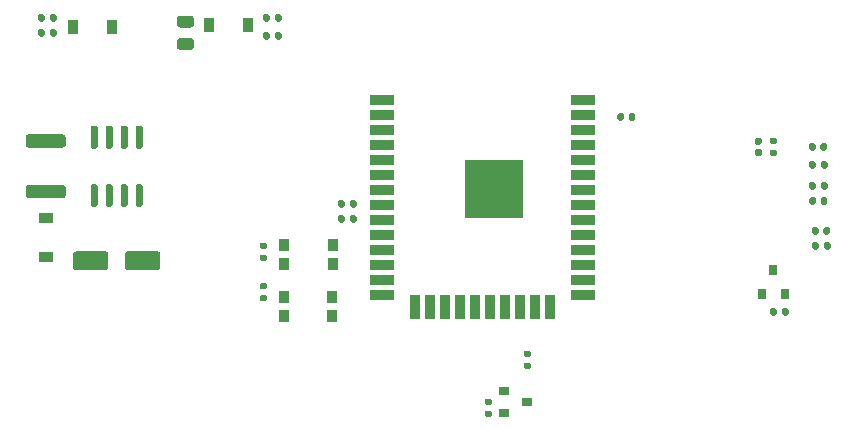
<source format=gbr>
%TF.GenerationSoftware,KiCad,Pcbnew,(5.1.10-1-10_14)*%
%TF.CreationDate,2022-07-31T12:18:55+02:00*%
%TF.ProjectId,RO Flow Counter,524f2046-6c6f-4772-9043-6f756e746572,rev?*%
%TF.SameCoordinates,Original*%
%TF.FileFunction,Paste,Bot*%
%TF.FilePolarity,Positive*%
%FSLAX46Y46*%
G04 Gerber Fmt 4.6, Leading zero omitted, Abs format (unit mm)*
G04 Created by KiCad (PCBNEW (5.1.10-1-10_14)) date 2022-07-31 12:18:55*
%MOMM*%
%LPD*%
G01*
G04 APERTURE LIST*
%ADD10R,0.900000X1.200000*%
%ADD11R,2.000000X0.900000*%
%ADD12R,0.900000X2.000000*%
%ADD13R,5.000000X5.000000*%
%ADD14R,0.900000X1.000000*%
%ADD15R,0.800000X0.900000*%
%ADD16R,0.900000X0.800000*%
%ADD17R,1.200000X0.900000*%
G04 APERTURE END LIST*
%TO.C,R20*%
G36*
G01*
X174567000Y-101586000D02*
X174937000Y-101586000D01*
G75*
G02*
X175072000Y-101721000I0J-135000D01*
G01*
X175072000Y-101991000D01*
G75*
G02*
X174937000Y-102126000I-135000J0D01*
G01*
X174567000Y-102126000D01*
G75*
G02*
X174432000Y-101991000I0J135000D01*
G01*
X174432000Y-101721000D01*
G75*
G02*
X174567000Y-101586000I135000J0D01*
G01*
G37*
G36*
G01*
X174567000Y-100566000D02*
X174937000Y-100566000D01*
G75*
G02*
X175072000Y-100701000I0J-135000D01*
G01*
X175072000Y-100971000D01*
G75*
G02*
X174937000Y-101106000I-135000J0D01*
G01*
X174567000Y-101106000D01*
G75*
G02*
X174432000Y-100971000I0J135000D01*
G01*
X174432000Y-100701000D01*
G75*
G02*
X174567000Y-100566000I135000J0D01*
G01*
G37*
%TD*%
%TO.C,R19*%
G36*
G01*
X156704000Y-70035000D02*
X156704000Y-69665000D01*
G75*
G02*
X156839000Y-69530000I135000J0D01*
G01*
X157109000Y-69530000D01*
G75*
G02*
X157244000Y-69665000I0J-135000D01*
G01*
X157244000Y-70035000D01*
G75*
G02*
X157109000Y-70170000I-135000J0D01*
G01*
X156839000Y-70170000D01*
G75*
G02*
X156704000Y-70035000I0J135000D01*
G01*
G37*
G36*
G01*
X155684000Y-70035000D02*
X155684000Y-69665000D01*
G75*
G02*
X155819000Y-69530000I135000J0D01*
G01*
X156089000Y-69530000D01*
G75*
G02*
X156224000Y-69665000I0J-135000D01*
G01*
X156224000Y-70035000D01*
G75*
G02*
X156089000Y-70170000I-135000J0D01*
G01*
X155819000Y-70170000D01*
G75*
G02*
X155684000Y-70035000I0J135000D01*
G01*
G37*
%TD*%
%TO.C,R18*%
G36*
G01*
X137174000Y-69411000D02*
X137174000Y-69781000D01*
G75*
G02*
X137039000Y-69916000I-135000J0D01*
G01*
X136769000Y-69916000D01*
G75*
G02*
X136634000Y-69781000I0J135000D01*
G01*
X136634000Y-69411000D01*
G75*
G02*
X136769000Y-69276000I135000J0D01*
G01*
X137039000Y-69276000D01*
G75*
G02*
X137174000Y-69411000I0J-135000D01*
G01*
G37*
G36*
G01*
X138194000Y-69411000D02*
X138194000Y-69781000D01*
G75*
G02*
X138059000Y-69916000I-135000J0D01*
G01*
X137789000Y-69916000D01*
G75*
G02*
X137654000Y-69781000I0J135000D01*
G01*
X137654000Y-69411000D01*
G75*
G02*
X137789000Y-69276000I135000J0D01*
G01*
X138059000Y-69276000D01*
G75*
G02*
X138194000Y-69411000I0J-135000D01*
G01*
G37*
%TD*%
%TO.C,R17*%
G36*
G01*
X162574000Y-83889000D02*
X162574000Y-84259000D01*
G75*
G02*
X162439000Y-84394000I-135000J0D01*
G01*
X162169000Y-84394000D01*
G75*
G02*
X162034000Y-84259000I0J135000D01*
G01*
X162034000Y-83889000D01*
G75*
G02*
X162169000Y-83754000I135000J0D01*
G01*
X162439000Y-83754000D01*
G75*
G02*
X162574000Y-83889000I0J-135000D01*
G01*
G37*
G36*
G01*
X163594000Y-83889000D02*
X163594000Y-84259000D01*
G75*
G02*
X163459000Y-84394000I-135000J0D01*
G01*
X163189000Y-84394000D01*
G75*
G02*
X163054000Y-84259000I0J135000D01*
G01*
X163054000Y-83889000D01*
G75*
G02*
X163189000Y-83754000I135000J0D01*
G01*
X163459000Y-83754000D01*
G75*
G02*
X163594000Y-83889000I0J-135000D01*
G01*
G37*
%TD*%
%TO.C,R16*%
G36*
G01*
X162574000Y-85159000D02*
X162574000Y-85529000D01*
G75*
G02*
X162439000Y-85664000I-135000J0D01*
G01*
X162169000Y-85664000D01*
G75*
G02*
X162034000Y-85529000I0J135000D01*
G01*
X162034000Y-85159000D01*
G75*
G02*
X162169000Y-85024000I135000J0D01*
G01*
X162439000Y-85024000D01*
G75*
G02*
X162574000Y-85159000I0J-135000D01*
G01*
G37*
G36*
G01*
X163594000Y-85159000D02*
X163594000Y-85529000D01*
G75*
G02*
X163459000Y-85664000I-135000J0D01*
G01*
X163189000Y-85664000D01*
G75*
G02*
X163054000Y-85529000I0J135000D01*
G01*
X163054000Y-85159000D01*
G75*
G02*
X163189000Y-85024000I135000J0D01*
G01*
X163459000Y-85024000D01*
G75*
G02*
X163594000Y-85159000I0J-135000D01*
G01*
G37*
%TD*%
%TO.C,R15*%
G36*
G01*
X156224000Y-68141000D02*
X156224000Y-68511000D01*
G75*
G02*
X156089000Y-68646000I-135000J0D01*
G01*
X155819000Y-68646000D01*
G75*
G02*
X155684000Y-68511000I0J135000D01*
G01*
X155684000Y-68141000D01*
G75*
G02*
X155819000Y-68006000I135000J0D01*
G01*
X156089000Y-68006000D01*
G75*
G02*
X156224000Y-68141000I0J-135000D01*
G01*
G37*
G36*
G01*
X157244000Y-68141000D02*
X157244000Y-68511000D01*
G75*
G02*
X157109000Y-68646000I-135000J0D01*
G01*
X156839000Y-68646000D01*
G75*
G02*
X156704000Y-68511000I0J135000D01*
G01*
X156704000Y-68141000D01*
G75*
G02*
X156839000Y-68006000I135000J0D01*
G01*
X157109000Y-68006000D01*
G75*
G02*
X157244000Y-68141000I0J-135000D01*
G01*
G37*
%TD*%
%TO.C,R8*%
G36*
G01*
X137652000Y-68511000D02*
X137652000Y-68141000D01*
G75*
G02*
X137787000Y-68006000I135000J0D01*
G01*
X138057000Y-68006000D01*
G75*
G02*
X138192000Y-68141000I0J-135000D01*
G01*
X138192000Y-68511000D01*
G75*
G02*
X138057000Y-68646000I-135000J0D01*
G01*
X137787000Y-68646000D01*
G75*
G02*
X137652000Y-68511000I0J135000D01*
G01*
G37*
G36*
G01*
X136632000Y-68511000D02*
X136632000Y-68141000D01*
G75*
G02*
X136767000Y-68006000I135000J0D01*
G01*
X137037000Y-68006000D01*
G75*
G02*
X137172000Y-68141000I0J-135000D01*
G01*
X137172000Y-68511000D01*
G75*
G02*
X137037000Y-68646000I-135000J0D01*
G01*
X136767000Y-68646000D01*
G75*
G02*
X136632000Y-68511000I0J135000D01*
G01*
G37*
%TD*%
D10*
%TO.C,D5*%
X142874000Y-69088000D03*
X139574000Y-69088000D03*
%TD*%
D11*
%TO.C,U2*%
X165744000Y-75311000D03*
X165744000Y-76581000D03*
X165744000Y-77851000D03*
X165744000Y-79121000D03*
X165744000Y-80391000D03*
X165744000Y-81661000D03*
X165744000Y-82931000D03*
X165744000Y-84201000D03*
X165744000Y-85471000D03*
X165744000Y-86741000D03*
X165744000Y-88011000D03*
X165744000Y-89281000D03*
X165744000Y-90551000D03*
X165744000Y-91821000D03*
D12*
X168529000Y-92821000D03*
X169799000Y-92821000D03*
X171069000Y-92821000D03*
X172339000Y-92821000D03*
X173609000Y-92821000D03*
X174879000Y-92821000D03*
X176149000Y-92821000D03*
X177419000Y-92821000D03*
X178689000Y-92821000D03*
X179959000Y-92821000D03*
D11*
X182744000Y-91821000D03*
X182744000Y-90551000D03*
X182744000Y-89281000D03*
X182744000Y-88011000D03*
X182744000Y-86741000D03*
X182744000Y-85471000D03*
X182744000Y-84201000D03*
X182744000Y-82931000D03*
X182744000Y-81661000D03*
X182744000Y-80391000D03*
X182744000Y-79121000D03*
X182744000Y-77851000D03*
X182744000Y-76581000D03*
X182744000Y-75311000D03*
D13*
X175244000Y-82811000D03*
%TD*%
%TO.C,R14*%
G36*
G01*
X155517000Y-91786624D02*
X155887000Y-91786624D01*
G75*
G02*
X156022000Y-91921624I0J-135000D01*
G01*
X156022000Y-92191624D01*
G75*
G02*
X155887000Y-92326624I-135000J0D01*
G01*
X155517000Y-92326624D01*
G75*
G02*
X155382000Y-92191624I0J135000D01*
G01*
X155382000Y-91921624D01*
G75*
G02*
X155517000Y-91786624I135000J0D01*
G01*
G37*
G36*
G01*
X155517000Y-90766624D02*
X155887000Y-90766624D01*
G75*
G02*
X156022000Y-90901624I0J-135000D01*
G01*
X156022000Y-91171624D01*
G75*
G02*
X155887000Y-91306624I-135000J0D01*
G01*
X155517000Y-91306624D01*
G75*
G02*
X155382000Y-91171624I0J135000D01*
G01*
X155382000Y-90901624D01*
G75*
G02*
X155517000Y-90766624I135000J0D01*
G01*
G37*
%TD*%
%TO.C,R13*%
G36*
G01*
X155887000Y-87898000D02*
X155517000Y-87898000D01*
G75*
G02*
X155382000Y-87763000I0J135000D01*
G01*
X155382000Y-87493000D01*
G75*
G02*
X155517000Y-87358000I135000J0D01*
G01*
X155887000Y-87358000D01*
G75*
G02*
X156022000Y-87493000I0J-135000D01*
G01*
X156022000Y-87763000D01*
G75*
G02*
X155887000Y-87898000I-135000J0D01*
G01*
G37*
G36*
G01*
X155887000Y-88918000D02*
X155517000Y-88918000D01*
G75*
G02*
X155382000Y-88783000I0J135000D01*
G01*
X155382000Y-88513000D01*
G75*
G02*
X155517000Y-88378000I135000J0D01*
G01*
X155887000Y-88378000D01*
G75*
G02*
X156022000Y-88513000I0J-135000D01*
G01*
X156022000Y-88783000D01*
G75*
G02*
X155887000Y-88918000I-135000J0D01*
G01*
G37*
%TD*%
D14*
%TO.C,SW4*%
X157444000Y-93548000D03*
X157444000Y-91948000D03*
X161544000Y-93548000D03*
X161544000Y-91948000D03*
%TD*%
%TO.C,SW3*%
X161562000Y-87592000D03*
X161562000Y-89192000D03*
X157462000Y-87592000D03*
X157462000Y-89192000D03*
%TD*%
%TO.C,C19*%
G36*
G01*
X186636000Y-76878000D02*
X186636000Y-76538000D01*
G75*
G02*
X186776000Y-76398000I140000J0D01*
G01*
X187056000Y-76398000D01*
G75*
G02*
X187196000Y-76538000I0J-140000D01*
G01*
X187196000Y-76878000D01*
G75*
G02*
X187056000Y-77018000I-140000J0D01*
G01*
X186776000Y-77018000D01*
G75*
G02*
X186636000Y-76878000I0J140000D01*
G01*
G37*
G36*
G01*
X185676000Y-76878000D02*
X185676000Y-76538000D01*
G75*
G02*
X185816000Y-76398000I140000J0D01*
G01*
X186096000Y-76398000D01*
G75*
G02*
X186236000Y-76538000I0J-140000D01*
G01*
X186236000Y-76878000D01*
G75*
G02*
X186096000Y-77018000I-140000J0D01*
G01*
X185816000Y-77018000D01*
G75*
G02*
X185676000Y-76878000I0J140000D01*
G01*
G37*
%TD*%
%TO.C,R12*%
G36*
G01*
X199148001Y-93033000D02*
X199148001Y-93403000D01*
G75*
G02*
X199013001Y-93538000I-135000J0D01*
G01*
X198743001Y-93538000D01*
G75*
G02*
X198608001Y-93403000I0J135000D01*
G01*
X198608001Y-93033000D01*
G75*
G02*
X198743001Y-92898000I135000J0D01*
G01*
X199013001Y-92898000D01*
G75*
G02*
X199148001Y-93033000I0J-135000D01*
G01*
G37*
G36*
G01*
X200168001Y-93033000D02*
X200168001Y-93403000D01*
G75*
G02*
X200033001Y-93538000I-135000J0D01*
G01*
X199763001Y-93538000D01*
G75*
G02*
X199628001Y-93403000I0J135000D01*
G01*
X199628001Y-93033000D01*
G75*
G02*
X199763001Y-92898000I135000J0D01*
G01*
X200033001Y-92898000D01*
G75*
G02*
X200168001Y-93033000I0J-135000D01*
G01*
G37*
%TD*%
D15*
%TO.C,Q4*%
X198882000Y-89678000D03*
X197932000Y-91678000D03*
X199832000Y-91678000D03*
%TD*%
%TO.C,R11*%
G36*
G01*
X202930000Y-80957000D02*
X202930000Y-80587000D01*
G75*
G02*
X203065000Y-80452000I135000J0D01*
G01*
X203335000Y-80452000D01*
G75*
G02*
X203470000Y-80587000I0J-135000D01*
G01*
X203470000Y-80957000D01*
G75*
G02*
X203335000Y-81092000I-135000J0D01*
G01*
X203065000Y-81092000D01*
G75*
G02*
X202930000Y-80957000I0J135000D01*
G01*
G37*
G36*
G01*
X201910000Y-80957000D02*
X201910000Y-80587000D01*
G75*
G02*
X202045000Y-80452000I135000J0D01*
G01*
X202315000Y-80452000D01*
G75*
G02*
X202450000Y-80587000I0J-135000D01*
G01*
X202450000Y-80957000D01*
G75*
G02*
X202315000Y-81092000I-135000J0D01*
G01*
X202045000Y-81092000D01*
G75*
G02*
X201910000Y-80957000I0J135000D01*
G01*
G37*
%TD*%
%TO.C,R10*%
G36*
G01*
X202704001Y-87445000D02*
X202704001Y-87815000D01*
G75*
G02*
X202569001Y-87950000I-135000J0D01*
G01*
X202299001Y-87950000D01*
G75*
G02*
X202164001Y-87815000I0J135000D01*
G01*
X202164001Y-87445000D01*
G75*
G02*
X202299001Y-87310000I135000J0D01*
G01*
X202569001Y-87310000D01*
G75*
G02*
X202704001Y-87445000I0J-135000D01*
G01*
G37*
G36*
G01*
X203724001Y-87445000D02*
X203724001Y-87815000D01*
G75*
G02*
X203589001Y-87950000I-135000J0D01*
G01*
X203319001Y-87950000D01*
G75*
G02*
X203184001Y-87815000I0J135000D01*
G01*
X203184001Y-87445000D01*
G75*
G02*
X203319001Y-87310000I135000J0D01*
G01*
X203589001Y-87310000D01*
G75*
G02*
X203724001Y-87445000I0J-135000D01*
G01*
G37*
%TD*%
%TO.C,R9*%
G36*
G01*
X202452000Y-82365000D02*
X202452000Y-82735000D01*
G75*
G02*
X202317000Y-82870000I-135000J0D01*
G01*
X202047000Y-82870000D01*
G75*
G02*
X201912000Y-82735000I0J135000D01*
G01*
X201912000Y-82365000D01*
G75*
G02*
X202047000Y-82230000I135000J0D01*
G01*
X202317000Y-82230000D01*
G75*
G02*
X202452000Y-82365000I0J-135000D01*
G01*
G37*
G36*
G01*
X203472000Y-82365000D02*
X203472000Y-82735000D01*
G75*
G02*
X203337000Y-82870000I-135000J0D01*
G01*
X203067000Y-82870000D01*
G75*
G02*
X202932000Y-82735000I0J135000D01*
G01*
X202932000Y-82365000D01*
G75*
G02*
X203067000Y-82230000I135000J0D01*
G01*
X203337000Y-82230000D01*
G75*
G02*
X203472000Y-82365000I0J-135000D01*
G01*
G37*
%TD*%
D10*
%TO.C,D4*%
X151107274Y-68937274D03*
X154407274Y-68937274D03*
%TD*%
%TO.C,C18*%
G36*
G01*
X203118000Y-86530000D02*
X203118000Y-86190000D01*
G75*
G02*
X203258000Y-86050000I140000J0D01*
G01*
X203538000Y-86050000D01*
G75*
G02*
X203678000Y-86190000I0J-140000D01*
G01*
X203678000Y-86530000D01*
G75*
G02*
X203538000Y-86670000I-140000J0D01*
G01*
X203258000Y-86670000D01*
G75*
G02*
X203118000Y-86530000I0J140000D01*
G01*
G37*
G36*
G01*
X202158000Y-86530000D02*
X202158000Y-86190000D01*
G75*
G02*
X202298000Y-86050000I140000J0D01*
G01*
X202578000Y-86050000D01*
G75*
G02*
X202718000Y-86190000I0J-140000D01*
G01*
X202718000Y-86530000D01*
G75*
G02*
X202578000Y-86670000I-140000J0D01*
G01*
X202298000Y-86670000D01*
G75*
G02*
X202158000Y-86530000I0J140000D01*
G01*
G37*
%TD*%
%TO.C,C17*%
G36*
G01*
X201932000Y-83990000D02*
X201932000Y-83650000D01*
G75*
G02*
X202072000Y-83510000I140000J0D01*
G01*
X202352000Y-83510000D01*
G75*
G02*
X202492000Y-83650000I0J-140000D01*
G01*
X202492000Y-83990000D01*
G75*
G02*
X202352000Y-84130000I-140000J0D01*
G01*
X202072000Y-84130000D01*
G75*
G02*
X201932000Y-83990000I0J140000D01*
G01*
G37*
G36*
G01*
X202892000Y-83990000D02*
X202892000Y-83650000D01*
G75*
G02*
X203032000Y-83510000I140000J0D01*
G01*
X203312000Y-83510000D01*
G75*
G02*
X203452000Y-83650000I0J-140000D01*
G01*
X203452000Y-83990000D01*
G75*
G02*
X203312000Y-84130000I-140000J0D01*
G01*
X203032000Y-84130000D01*
G75*
G02*
X202892000Y-83990000I0J140000D01*
G01*
G37*
%TD*%
%TO.C,C16*%
G36*
G01*
X202864000Y-79418000D02*
X202864000Y-79078000D01*
G75*
G02*
X203004000Y-78938000I140000J0D01*
G01*
X203284000Y-78938000D01*
G75*
G02*
X203424000Y-79078000I0J-140000D01*
G01*
X203424000Y-79418000D01*
G75*
G02*
X203284000Y-79558000I-140000J0D01*
G01*
X203004000Y-79558000D01*
G75*
G02*
X202864000Y-79418000I0J140000D01*
G01*
G37*
G36*
G01*
X201904000Y-79418000D02*
X201904000Y-79078000D01*
G75*
G02*
X202044000Y-78938000I140000J0D01*
G01*
X202324000Y-78938000D01*
G75*
G02*
X202464000Y-79078000I0J-140000D01*
G01*
X202464000Y-79418000D01*
G75*
G02*
X202324000Y-79558000I-140000J0D01*
G01*
X202044000Y-79558000D01*
G75*
G02*
X201904000Y-79418000I0J140000D01*
G01*
G37*
%TD*%
%TO.C,R7*%
G36*
G01*
X178239000Y-97042000D02*
X177869000Y-97042000D01*
G75*
G02*
X177734000Y-96907000I0J135000D01*
G01*
X177734000Y-96637000D01*
G75*
G02*
X177869000Y-96502000I135000J0D01*
G01*
X178239000Y-96502000D01*
G75*
G02*
X178374000Y-96637000I0J-135000D01*
G01*
X178374000Y-96907000D01*
G75*
G02*
X178239000Y-97042000I-135000J0D01*
G01*
G37*
G36*
G01*
X178239000Y-98062000D02*
X177869000Y-98062000D01*
G75*
G02*
X177734000Y-97927000I0J135000D01*
G01*
X177734000Y-97657000D01*
G75*
G02*
X177869000Y-97522000I135000J0D01*
G01*
X178239000Y-97522000D01*
G75*
G02*
X178374000Y-97657000I0J-135000D01*
G01*
X178374000Y-97927000D01*
G75*
G02*
X178239000Y-98062000I-135000J0D01*
G01*
G37*
%TD*%
D16*
%TO.C,Q3*%
X178038000Y-100838000D03*
X176038000Y-99888000D03*
X176038000Y-101788000D03*
%TD*%
%TO.C,U1*%
G36*
G01*
X141219277Y-82394000D02*
X141519277Y-82394000D01*
G75*
G02*
X141669277Y-82544000I0J-150000D01*
G01*
X141669277Y-84194000D01*
G75*
G02*
X141519277Y-84344000I-150000J0D01*
G01*
X141219277Y-84344000D01*
G75*
G02*
X141069277Y-84194000I0J150000D01*
G01*
X141069277Y-82544000D01*
G75*
G02*
X141219277Y-82394000I150000J0D01*
G01*
G37*
G36*
G01*
X142489277Y-82394000D02*
X142789277Y-82394000D01*
G75*
G02*
X142939277Y-82544000I0J-150000D01*
G01*
X142939277Y-84194000D01*
G75*
G02*
X142789277Y-84344000I-150000J0D01*
G01*
X142489277Y-84344000D01*
G75*
G02*
X142339277Y-84194000I0J150000D01*
G01*
X142339277Y-82544000D01*
G75*
G02*
X142489277Y-82394000I150000J0D01*
G01*
G37*
G36*
G01*
X143759277Y-82394000D02*
X144059277Y-82394000D01*
G75*
G02*
X144209277Y-82544000I0J-150000D01*
G01*
X144209277Y-84194000D01*
G75*
G02*
X144059277Y-84344000I-150000J0D01*
G01*
X143759277Y-84344000D01*
G75*
G02*
X143609277Y-84194000I0J150000D01*
G01*
X143609277Y-82544000D01*
G75*
G02*
X143759277Y-82394000I150000J0D01*
G01*
G37*
G36*
G01*
X145029277Y-82394000D02*
X145329277Y-82394000D01*
G75*
G02*
X145479277Y-82544000I0J-150000D01*
G01*
X145479277Y-84194000D01*
G75*
G02*
X145329277Y-84344000I-150000J0D01*
G01*
X145029277Y-84344000D01*
G75*
G02*
X144879277Y-84194000I0J150000D01*
G01*
X144879277Y-82544000D01*
G75*
G02*
X145029277Y-82394000I150000J0D01*
G01*
G37*
G36*
G01*
X145029277Y-77444000D02*
X145329277Y-77444000D01*
G75*
G02*
X145479277Y-77594000I0J-150000D01*
G01*
X145479277Y-79244000D01*
G75*
G02*
X145329277Y-79394000I-150000J0D01*
G01*
X145029277Y-79394000D01*
G75*
G02*
X144879277Y-79244000I0J150000D01*
G01*
X144879277Y-77594000D01*
G75*
G02*
X145029277Y-77444000I150000J0D01*
G01*
G37*
G36*
G01*
X143759277Y-77444000D02*
X144059277Y-77444000D01*
G75*
G02*
X144209277Y-77594000I0J-150000D01*
G01*
X144209277Y-79244000D01*
G75*
G02*
X144059277Y-79394000I-150000J0D01*
G01*
X143759277Y-79394000D01*
G75*
G02*
X143609277Y-79244000I0J150000D01*
G01*
X143609277Y-77594000D01*
G75*
G02*
X143759277Y-77444000I150000J0D01*
G01*
G37*
G36*
G01*
X142489277Y-77444000D02*
X142789277Y-77444000D01*
G75*
G02*
X142939277Y-77594000I0J-150000D01*
G01*
X142939277Y-79244000D01*
G75*
G02*
X142789277Y-79394000I-150000J0D01*
G01*
X142489277Y-79394000D01*
G75*
G02*
X142339277Y-79244000I0J150000D01*
G01*
X142339277Y-77594000D01*
G75*
G02*
X142489277Y-77444000I150000J0D01*
G01*
G37*
G36*
G01*
X141219277Y-77444000D02*
X141519277Y-77444000D01*
G75*
G02*
X141669277Y-77594000I0J-150000D01*
G01*
X141669277Y-79244000D01*
G75*
G02*
X141519277Y-79394000I-150000J0D01*
G01*
X141219277Y-79394000D01*
G75*
G02*
X141069277Y-79244000I0J150000D01*
G01*
X141069277Y-77594000D01*
G75*
G02*
X141219277Y-77444000I150000J0D01*
G01*
G37*
%TD*%
%TO.C,R5*%
G36*
G01*
X199067000Y-79007999D02*
X198697000Y-79007999D01*
G75*
G02*
X198562000Y-78872999I0J135000D01*
G01*
X198562000Y-78602999D01*
G75*
G02*
X198697000Y-78467999I135000J0D01*
G01*
X199067000Y-78467999D01*
G75*
G02*
X199202000Y-78602999I0J-135000D01*
G01*
X199202000Y-78872999D01*
G75*
G02*
X199067000Y-79007999I-135000J0D01*
G01*
G37*
G36*
G01*
X199067000Y-80027999D02*
X198697000Y-80027999D01*
G75*
G02*
X198562000Y-79892999I0J135000D01*
G01*
X198562000Y-79622999D01*
G75*
G02*
X198697000Y-79487999I135000J0D01*
G01*
X199067000Y-79487999D01*
G75*
G02*
X199202000Y-79622999I0J-135000D01*
G01*
X199202000Y-79892999D01*
G75*
G02*
X199067000Y-80027999I-135000J0D01*
G01*
G37*
%TD*%
%TO.C,L1*%
G36*
G01*
X138724281Y-79319000D02*
X135824275Y-79319000D01*
G75*
G02*
X135574278Y-79069003I0J249997D01*
G01*
X135574278Y-78443997D01*
G75*
G02*
X135824275Y-78194000I249997J0D01*
G01*
X138724281Y-78194000D01*
G75*
G02*
X138974278Y-78443997I0J-249997D01*
G01*
X138974278Y-79069003D01*
G75*
G02*
X138724281Y-79319000I-249997J0D01*
G01*
G37*
G36*
G01*
X138724281Y-83594000D02*
X135824275Y-83594000D01*
G75*
G02*
X135574278Y-83344003I0J249997D01*
G01*
X135574278Y-82718997D01*
G75*
G02*
X135824275Y-82469000I249997J0D01*
G01*
X138724281Y-82469000D01*
G75*
G02*
X138974278Y-82718997I0J-249997D01*
G01*
X138974278Y-83344003D01*
G75*
G02*
X138724281Y-83594000I-249997J0D01*
G01*
G37*
%TD*%
D17*
%TO.C,D3*%
X137274277Y-88544000D03*
X137274277Y-85244000D03*
%TD*%
%TO.C,C14*%
G36*
G01*
X148623000Y-70046000D02*
X149573000Y-70046000D01*
G75*
G02*
X149823000Y-70296000I0J-250000D01*
G01*
X149823000Y-70796000D01*
G75*
G02*
X149573000Y-71046000I-250000J0D01*
G01*
X148623000Y-71046000D01*
G75*
G02*
X148373000Y-70796000I0J250000D01*
G01*
X148373000Y-70296000D01*
G75*
G02*
X148623000Y-70046000I250000J0D01*
G01*
G37*
G36*
G01*
X148623000Y-68146000D02*
X149573000Y-68146000D01*
G75*
G02*
X149823000Y-68396000I0J-250000D01*
G01*
X149823000Y-68896000D01*
G75*
G02*
X149573000Y-69146000I-250000J0D01*
G01*
X148623000Y-69146000D01*
G75*
G02*
X148373000Y-68896000I0J250000D01*
G01*
X148373000Y-68396000D01*
G75*
G02*
X148623000Y-68146000I250000J0D01*
G01*
G37*
%TD*%
%TO.C,C5*%
G36*
G01*
X142574277Y-88344001D02*
X142574277Y-89444001D01*
G75*
G02*
X142324277Y-89694001I-250000J0D01*
G01*
X139824277Y-89694001D01*
G75*
G02*
X139574277Y-89444001I0J250000D01*
G01*
X139574277Y-88344001D01*
G75*
G02*
X139824277Y-88094001I250000J0D01*
G01*
X142324277Y-88094001D01*
G75*
G02*
X142574277Y-88344001I0J-250000D01*
G01*
G37*
G36*
G01*
X146974277Y-88344001D02*
X146974277Y-89444001D01*
G75*
G02*
X146724277Y-89694001I-250000J0D01*
G01*
X144224277Y-89694001D01*
G75*
G02*
X143974277Y-89444001I0J250000D01*
G01*
X143974277Y-88344001D01*
G75*
G02*
X144224277Y-88094001I250000J0D01*
G01*
X146724277Y-88094001D01*
G75*
G02*
X146974277Y-88344001I0J-250000D01*
G01*
G37*
%TD*%
%TO.C,C1*%
G36*
G01*
X197782000Y-79048000D02*
X197442000Y-79048000D01*
G75*
G02*
X197302000Y-78908000I0J140000D01*
G01*
X197302000Y-78628000D01*
G75*
G02*
X197442000Y-78488000I140000J0D01*
G01*
X197782000Y-78488000D01*
G75*
G02*
X197922000Y-78628000I0J-140000D01*
G01*
X197922000Y-78908000D01*
G75*
G02*
X197782000Y-79048000I-140000J0D01*
G01*
G37*
G36*
G01*
X197782000Y-80008000D02*
X197442000Y-80008000D01*
G75*
G02*
X197302000Y-79868000I0J140000D01*
G01*
X197302000Y-79588000D01*
G75*
G02*
X197442000Y-79448000I140000J0D01*
G01*
X197782000Y-79448000D01*
G75*
G02*
X197922000Y-79588000I0J-140000D01*
G01*
X197922000Y-79868000D01*
G75*
G02*
X197782000Y-80008000I-140000J0D01*
G01*
G37*
%TD*%
M02*

</source>
